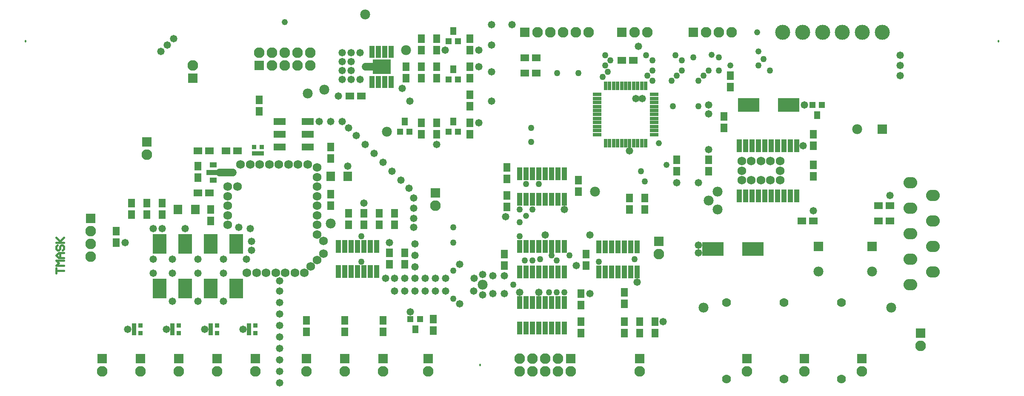
<source format=gts>
%FSLAX24Y24*%
%MOIN*%
G70*
G01*
G75*
%ADD10C,0.0130*%
%ADD11R,0.0620X0.0200*%
%ADD12R,0.0200X0.0620*%
%ADD13R,0.1575X0.0984*%
%ADD14R,0.0500X0.0600*%
%ADD15R,0.0600X0.0700*%
%ADD16R,0.0320X0.0950*%
%ADD17R,0.0400X0.0400*%
%ADD18R,0.0400X0.0550*%
%ADD19R,0.0600X0.0500*%
%ADD20R,0.0320X0.0900*%
%ADD21R,0.1311X0.1047*%
%ADD22R,0.0300X0.0900*%
%ADD23R,0.0300X0.0300*%
%ADD24R,0.1000X0.1500*%
%ADD25R,0.0900X0.0300*%
%ADD26R,0.0900X0.0500*%
%ADD27R,0.1000X0.0340*%
%ADD28R,0.0500X0.0340*%
%ADD29C,0.0500*%
%ADD30C,0.0200*%
%ADD31C,0.0250*%
%ADD32C,0.0400*%
%ADD33C,0.0120*%
%ADD34C,0.0300*%
%ADD35C,0.0150*%
%ADD36C,0.0600*%
%ADD37C,0.0800*%
%ADD38C,0.0300*%
%ADD39R,0.1000X0.6600*%
%ADD40C,0.0620*%
%ADD41R,0.0700X0.0700*%
%ADD42C,0.0750*%
%ADD43C,0.0700*%
%ADD44O,0.1000X0.0800*%
%ADD45C,0.0100*%
%ADD46C,0.1100*%
%ADD47C,0.0500*%
%ADD48C,0.0400*%
%ADD49C,0.0420*%
%ADD50C,0.0600*%
%ADD51C,0.0800*%
%ADD52R,0.1000X0.3500*%
%ADD53C,0.0100*%
%ADD54C,0.0079*%
%ADD55C,0.0050*%
%ADD56C,0.0080*%
%ADD57C,0.0098*%
%ADD58C,0.0090*%
%ADD59R,0.0700X0.0280*%
%ADD60R,0.0280X0.0700*%
%ADD61R,0.1655X0.1064*%
%ADD62R,0.0580X0.0680*%
%ADD63R,0.0680X0.0780*%
%ADD64R,0.0400X0.1030*%
%ADD65R,0.0480X0.0480*%
%ADD66R,0.0480X0.0630*%
%ADD67R,0.0680X0.0580*%
%ADD68R,0.0400X0.0980*%
%ADD69R,0.1391X0.1127*%
%ADD70R,0.0380X0.0980*%
%ADD71R,0.0380X0.0380*%
%ADD72R,0.1080X0.1580*%
%ADD73R,0.0980X0.0380*%
%ADD74R,0.0980X0.0580*%
%ADD75R,0.1080X0.0420*%
%ADD76R,0.0580X0.0420*%
%ADD77R,0.0780X0.0780*%
%ADD78C,0.0830*%
%ADD79C,0.0780*%
%ADD80O,0.1080X0.0880*%
%ADD81C,0.0180*%
%ADD82C,0.1180*%
%ADD83C,0.0580*%
%ADD84C,0.0480*%
%ADD85C,0.0680*%
%ADD86C,0.0880*%
D35*
X-35700Y9700D02*
Y10100D01*
Y9900D01*
X-35100D01*
Y10300D02*
X-35700D01*
X-35500Y10500D01*
X-35700Y10700D01*
X-35100D01*
Y10900D02*
X-35500D01*
X-35700Y11100D01*
X-35500Y11299D01*
X-35100D01*
X-35400D01*
Y10900D01*
X-35600Y11899D02*
X-35700Y11799D01*
Y11599D01*
X-35600Y11499D01*
X-35500D01*
X-35400Y11599D01*
Y11799D01*
X-35300Y11899D01*
X-35200D01*
X-35100Y11799D01*
Y11599D01*
X-35200Y11499D01*
X-35700Y12099D02*
X-35100D01*
X-35300D01*
X-35700Y12499D01*
X-35400Y12199D01*
X-35100Y12499D01*
D36*
X-22900Y17600D02*
X-21850D01*
X-11450Y25900D02*
X-10200D01*
D43*
X25800Y7400D02*
D03*
Y1400D02*
D03*
X21300Y7400D02*
D03*
Y1400D02*
D03*
X16800Y7400D02*
D03*
Y1400D02*
D03*
D47*
X20200Y25600D02*
D03*
X16200D02*
D03*
X14600Y22800D02*
D03*
X12600D02*
D03*
X6800Y10600D02*
D03*
X9600Y10800D02*
D03*
X10400Y16900D02*
D03*
X10100Y17700D02*
D03*
X14600Y24800D02*
D03*
X12500D02*
D03*
X11000D02*
D03*
X7100Y25100D02*
D03*
X15000Y25200D02*
D03*
X12900D02*
D03*
X10600D02*
D03*
X7500Y25500D02*
D03*
X15400Y25600D02*
D03*
X13300D02*
D03*
X11000D02*
D03*
X7300Y26000D02*
D03*
X19700Y26500D02*
D03*
X12800Y26800D02*
D03*
X10500D02*
D03*
X7300D02*
D03*
X5200Y25400D02*
D03*
X3550D02*
D03*
X19300Y26000D02*
D03*
X13300Y26400D02*
D03*
X16200Y26650D02*
D03*
X14200D02*
D03*
X7700Y26400D02*
D03*
X11000D02*
D03*
X1500Y21100D02*
D03*
Y20000D02*
D03*
X2900Y8200D02*
D03*
X3500D02*
D03*
X4100D02*
D03*
X3500Y10700D02*
D03*
X3100Y11100D02*
D03*
X4500D02*
D03*
X1000Y10700D02*
D03*
X1100Y16700D02*
D03*
X1600Y10700D02*
D03*
Y14700D02*
D03*
X2200Y10800D02*
D03*
X2100Y16700D02*
D03*
X600Y12600D02*
D03*
Y13700D02*
D03*
Y14700D02*
D03*
X100Y8800D02*
D03*
X-11800Y10600D02*
D03*
Y12600D02*
D03*
X-4600Y13300D02*
D03*
Y12100D02*
D03*
Y9900D02*
D03*
Y7700D02*
D03*
D59*
X6656Y20896D02*
D03*
X11144Y21211D02*
D03*
X6656Y21841D02*
D03*
X11144Y23731D02*
D03*
Y22471D02*
D03*
Y21841D02*
D03*
Y22156D02*
D03*
Y20581D02*
D03*
X6656Y23731D02*
D03*
Y23416D02*
D03*
Y22156D02*
D03*
Y22471D02*
D03*
Y23101D02*
D03*
Y22786D02*
D03*
X11144Y21526D02*
D03*
Y20896D02*
D03*
Y23416D02*
D03*
Y23101D02*
D03*
Y22786D02*
D03*
X6656Y21211D02*
D03*
X6656Y20581D02*
D03*
X6656Y21526D02*
D03*
D60*
X9845Y19912D02*
D03*
X9530D02*
D03*
X7325Y24400D02*
D03*
X8270Y19912D02*
D03*
X10475Y24400D02*
D03*
X7640D02*
D03*
X10475Y19912D02*
D03*
X8900Y19912D02*
D03*
X8585Y24400D02*
D03*
X9215Y19912D02*
D03*
X8900Y24400D02*
D03*
X10160Y19912D02*
D03*
X9530Y24400D02*
D03*
X9215D02*
D03*
X8585Y19912D02*
D03*
X9845Y24400D02*
D03*
X7955D02*
D03*
X8270Y24400D02*
D03*
X7325Y19912D02*
D03*
X7955D02*
D03*
X10160Y24400D02*
D03*
X7640Y19912D02*
D03*
D61*
X21675Y22900D02*
D03*
X18525D02*
D03*
X18875Y11600D02*
D03*
X15725D02*
D03*
D62*
X16600Y22000D02*
D03*
Y21100D02*
D03*
X-27400Y15200D02*
D03*
X-28600D02*
D03*
X15400Y17700D02*
D03*
X23600Y17300D02*
D03*
X15400Y18600D02*
D03*
X5400Y5000D02*
D03*
X5200Y17000D02*
D03*
X-8400Y10400D02*
D03*
X-5900Y21500D02*
D03*
X-7100D02*
D03*
Y20600D02*
D03*
X-5900Y28100D02*
D03*
X-7100D02*
D03*
X-5900Y25000D02*
D03*
X-7100D02*
D03*
X-11600Y13500D02*
D03*
X-12800D02*
D03*
X-10400D02*
D03*
X-12800Y14400D02*
D03*
X-14200Y15000D02*
D03*
X-3300Y25900D02*
D03*
Y27200D02*
D03*
X-5900Y25900D02*
D03*
Y27200D02*
D03*
Y20600D02*
D03*
X-11600Y14400D02*
D03*
X11200Y5900D02*
D03*
X-31000Y12100D02*
D03*
X-600Y10300D02*
D03*
X-400Y14900D02*
D03*
X5400Y8100D02*
D03*
X23600Y19700D02*
D03*
X-7100Y25900D02*
D03*
X5400Y5900D02*
D03*
X9200Y14700D02*
D03*
X10400D02*
D03*
X-8400Y11300D02*
D03*
X-31000Y13000D02*
D03*
X-600Y11200D02*
D03*
X-400Y15800D02*
D03*
X5400Y7200D02*
D03*
X-7100Y27200D02*
D03*
X5200Y16100D02*
D03*
X10400Y15600D02*
D03*
X-3300Y23700D02*
D03*
Y28100D02*
D03*
X9200Y15600D02*
D03*
X-3300Y22800D02*
D03*
X12900Y17700D02*
D03*
X-3300Y25000D02*
D03*
X12900Y18600D02*
D03*
X-14200Y15900D02*
D03*
Y18700D02*
D03*
X-13100Y6000D02*
D03*
X-16100Y5100D02*
D03*
Y6000D02*
D03*
X-13100Y5100D02*
D03*
X-10100D02*
D03*
Y6000D02*
D03*
X11200Y5000D02*
D03*
X8800D02*
D03*
X10000D02*
D03*
X8800Y5900D02*
D03*
Y7300D02*
D03*
X10000Y5900D02*
D03*
X8800Y8200D02*
D03*
X-10400Y14400D02*
D03*
X-14200Y19600D02*
D03*
X-28600Y14300D02*
D03*
X-27400D02*
D03*
X-19800Y22400D02*
D03*
Y23300D02*
D03*
X-9600Y10400D02*
D03*
Y11300D02*
D03*
X5800Y11200D02*
D03*
Y10300D02*
D03*
X23600Y20600D02*
D03*
Y18200D02*
D03*
X-23600Y14700D02*
D03*
Y13800D02*
D03*
X-24600Y18100D02*
D03*
Y17200D02*
D03*
X-29800Y15200D02*
D03*
Y14300D02*
D03*
X-6175Y6100D02*
D03*
Y5200D02*
D03*
X-9200Y13500D02*
D03*
X-9200Y14400D02*
D03*
X-3300Y21500D02*
D03*
Y20600D02*
D03*
X-8300Y25000D02*
D03*
Y25900D02*
D03*
X-400Y17100D02*
D03*
Y18000D02*
D03*
X17100Y25200D02*
D03*
Y24300D02*
D03*
D63*
X-26150Y14700D02*
D03*
X-24800D02*
D03*
X-12850Y17300D02*
D03*
X-14200D02*
D03*
D64*
X18300Y15763D02*
D03*
X-10600Y9832D02*
D03*
X1100Y15500D02*
D03*
X1600Y17500D02*
D03*
X-11100Y11800D02*
D03*
X-13600D02*
D03*
X600Y7400D02*
D03*
X2100Y7400D02*
D03*
X2600Y7400D02*
D03*
X4100Y15500D02*
D03*
Y9800D02*
D03*
X3600D02*
D03*
X9800D02*
D03*
X1600Y7400D02*
D03*
X4100Y5400D02*
D03*
X600Y17500D02*
D03*
Y11800D02*
D03*
X1600Y11800D02*
D03*
X2100D02*
D03*
X2600D02*
D03*
X8300Y9800D02*
D03*
X7300D02*
D03*
X6800Y11768D02*
D03*
X7800D02*
D03*
X8300D02*
D03*
X8800D02*
D03*
X4100Y17500D02*
D03*
X1100Y11800D02*
D03*
X2100Y17500D02*
D03*
X2600D02*
D03*
X600Y9800D02*
D03*
X3600Y15500D02*
D03*
X1100Y17500D02*
D03*
X1100Y9800D02*
D03*
X2100Y15500D02*
D03*
X1600D02*
D03*
Y9800D02*
D03*
X3600Y7400D02*
D03*
X3600Y11800D02*
D03*
X4100Y7400D02*
D03*
X3100Y11800D02*
D03*
X-12100Y11800D02*
D03*
X-11600Y11800D02*
D03*
X-11100Y9832D02*
D03*
X-12600D02*
D03*
X600Y15500D02*
D03*
X2100Y9800D02*
D03*
X3100Y7400D02*
D03*
X4100Y11800D02*
D03*
X-10600D02*
D03*
X-13600Y9832D02*
D03*
X-13100Y11800D02*
D03*
X-12100Y9832D02*
D03*
X2600Y5400D02*
D03*
X3100Y5400D02*
D03*
X1600Y5400D02*
D03*
X2100Y5400D02*
D03*
X2600Y9800D02*
D03*
X7800D02*
D03*
X9300D02*
D03*
X6800D02*
D03*
X9800Y11768D02*
D03*
X7300D02*
D03*
X3600Y5400D02*
D03*
X8800Y9800D02*
D03*
X-13100Y9832D02*
D03*
X-12600Y11800D02*
D03*
X-11600Y9832D02*
D03*
X600Y5400D02*
D03*
X1100Y7400D02*
D03*
Y5400D02*
D03*
X2600Y15500D02*
D03*
X3100Y17500D02*
D03*
Y15500D02*
D03*
X3600Y17500D02*
D03*
X3100Y9800D02*
D03*
X9300Y11768D02*
D03*
X22300Y15763D02*
D03*
X18300Y19700D02*
D03*
X17800D02*
D03*
X22300D02*
D03*
X19300Y15763D02*
D03*
X19800Y15763D02*
D03*
X20300D02*
D03*
X20800D02*
D03*
X20800Y19700D02*
D03*
X20300Y19700D02*
D03*
X19800D02*
D03*
X19300Y19700D02*
D03*
X21300Y15763D02*
D03*
X21800Y15763D02*
D03*
X18800Y15763D02*
D03*
X21800Y19700D02*
D03*
X17800Y15763D02*
D03*
X21300Y19700D02*
D03*
X18800D02*
D03*
D65*
X24275Y22900D02*
D03*
X-8025Y20800D02*
D03*
X-4975D02*
D03*
Y27900D02*
D03*
X-4225D02*
D03*
X-8775Y20800D02*
D03*
X-4225D02*
D03*
X-7200Y6100D02*
D03*
X-7950D02*
D03*
X-4225Y24900D02*
D03*
X-4975D02*
D03*
X23525Y22900D02*
D03*
D66*
X-7580Y5300D02*
D03*
X-8395Y21600D02*
D03*
X-4595Y28700D02*
D03*
Y21600D02*
D03*
Y25700D02*
D03*
X23895Y22100D02*
D03*
D67*
X22700Y13800D02*
D03*
X-12700Y23600D02*
D03*
X9500Y26400D02*
D03*
X23600Y13800D02*
D03*
X1900Y26600D02*
D03*
X8600Y26400D02*
D03*
X-11800Y23600D02*
D03*
X1000Y26600D02*
D03*
X-22400Y19300D02*
D03*
X-21500D02*
D03*
X-23700Y19300D02*
D03*
X-24600D02*
D03*
Y16000D02*
D03*
X-23700D02*
D03*
X1000Y25400D02*
D03*
X1900D02*
D03*
X28700Y13800D02*
D03*
X29600D02*
D03*
X29600Y15000D02*
D03*
X28700Y15000D02*
D03*
D68*
X-9450Y27081D02*
D03*
X-10950Y27081D02*
D03*
X-10450Y27081D02*
D03*
X-9950Y27081D02*
D03*
X-10950Y24719D02*
D03*
X-10450Y24719D02*
D03*
X-9950D02*
D03*
X-9450Y24719D02*
D03*
D69*
X-10200Y25900D02*
D03*
D70*
X-23600Y5300D02*
D03*
X-26600D02*
D03*
X-29600Y5300D02*
D03*
X-20600Y5300D02*
D03*
D71*
X-23100Y5000D02*
D03*
X-26100Y5600D02*
D03*
Y5000D02*
D03*
X-29100Y5000D02*
D03*
Y5600D02*
D03*
X-23100Y5600D02*
D03*
X-20100Y5000D02*
D03*
Y5600D02*
D03*
X-19600Y19600D02*
D03*
X-20200D02*
D03*
D72*
X-25600Y8500D02*
D03*
X-27600D02*
D03*
Y12000D02*
D03*
X-25600D02*
D03*
X-23600Y12000D02*
D03*
X-21600Y12000D02*
D03*
X-23600Y8500D02*
D03*
X-21600D02*
D03*
D73*
X-19900Y19100D02*
D03*
D74*
X-18200Y19600D02*
D03*
X-16000Y19600D02*
D03*
X-18200Y21600D02*
D03*
X-16000D02*
D03*
X-18200Y20600D02*
D03*
X-16000Y20600D02*
D03*
D75*
X-23400Y17600D02*
D03*
D76*
Y17000D02*
D03*
X-23400Y18200D02*
D03*
D77*
X32000Y5000D02*
D03*
X-28600Y20000D02*
D03*
X18400Y3000D02*
D03*
X22900D02*
D03*
X27400Y3005D02*
D03*
X24000Y11800D02*
D03*
X28200D02*
D03*
X4600Y3000D02*
D03*
X14200Y28600D02*
D03*
X1000D02*
D03*
X-33000Y14000D02*
D03*
X29000Y21000D02*
D03*
X-13100Y3000D02*
D03*
X-10100D02*
D03*
X-32100D02*
D03*
X-16100D02*
D03*
X10000D02*
D03*
X-6575D02*
D03*
X-20100D02*
D03*
X-23100D02*
D03*
X-26100D02*
D03*
X-29100D02*
D03*
X-19800Y26000D02*
D03*
X8600Y28600D02*
D03*
X-25000Y25000D02*
D03*
X11500Y12200D02*
D03*
X-6000Y16000D02*
D03*
D78*
X32000Y4000D02*
D03*
X-28600Y19000D02*
D03*
X9600Y28600D02*
D03*
X1600Y2000D02*
D03*
X2600Y2000D02*
D03*
X3600Y2000D02*
D03*
X4600D02*
D03*
X600Y2000D02*
D03*
X2600Y3000D02*
D03*
X3600D02*
D03*
X600Y3000D02*
D03*
X1600D02*
D03*
X-33000Y11000D02*
D03*
X-33000Y13000D02*
D03*
X-33000Y12000D02*
D03*
X-10100Y2000D02*
D03*
X-13100D02*
D03*
X17200Y28600D02*
D03*
X-32100Y2000D02*
D03*
X15200Y28600D02*
D03*
X16200Y28600D02*
D03*
X-16100Y2000D02*
D03*
X10000D02*
D03*
X-6575D02*
D03*
X-20100D02*
D03*
X-23100D02*
D03*
X-26100D02*
D03*
X-29100D02*
D03*
X-17800Y26000D02*
D03*
X-15800D02*
D03*
X-16800Y26000D02*
D03*
X-15800Y27000D02*
D03*
X-19800D02*
D03*
X-18800Y26000D02*
D03*
Y27000D02*
D03*
X-16800D02*
D03*
X-17800Y27000D02*
D03*
X10600Y28600D02*
D03*
X6000D02*
D03*
X2000D02*
D03*
X3000Y28600D02*
D03*
X4000D02*
D03*
X5000Y28600D02*
D03*
X18400Y2000D02*
D03*
X22900D02*
D03*
X27400Y2005D02*
D03*
X-25000Y26000D02*
D03*
X11500Y11200D02*
D03*
X-6000Y15000D02*
D03*
D79*
X-9800Y20800D02*
D03*
X6500Y16100D02*
D03*
X-11500Y30000D02*
D03*
X-14700Y24100D02*
D03*
X-16000Y23800D02*
D03*
X16107Y14693D02*
D03*
X15000Y7000D02*
D03*
X29700D02*
D03*
X-8300Y27200D02*
D03*
X24000Y9831D02*
D03*
X28200Y9832D02*
D03*
X15400Y15400D02*
D03*
X16100Y16100D02*
D03*
X27031Y21000D02*
D03*
X-14200Y13600D02*
D03*
X-2300Y8800D02*
D03*
D80*
X32975Y15800D02*
D03*
X31200Y16800D02*
D03*
Y14800D02*
D03*
Y12800D02*
D03*
X32975Y11800D02*
D03*
X31200Y10800D02*
D03*
X32975Y13800D02*
D03*
Y9800D02*
D03*
X31200Y8800D02*
D03*
D81*
X-2500Y2500D02*
D03*
X38100Y27900D02*
D03*
X-38100D02*
D03*
D82*
X25880Y28600D02*
D03*
X24320Y28600D02*
D03*
X22760D02*
D03*
X29000Y28600D02*
D03*
X27440Y28600D02*
D03*
X21200Y28600D02*
D03*
D83*
X22900Y22900D02*
D03*
X29600Y15800D02*
D03*
X-27000Y27600D02*
D03*
X-27500Y27100D02*
D03*
X-26500Y28100D02*
D03*
X-30300Y12100D02*
D03*
X-7600Y11100D02*
D03*
Y10200D02*
D03*
Y12000D02*
D03*
X23600Y14600D02*
D03*
X30400Y26000D02*
D03*
Y25200D02*
D03*
Y26800D02*
D03*
X-20500Y13200D02*
D03*
X-21400Y13300D02*
D03*
X-20400Y12200D02*
D03*
Y11500D02*
D03*
X-25600Y13200D02*
D03*
X-27400D02*
D03*
X-28100D02*
D03*
X-20800Y10800D02*
D03*
X-22600D02*
D03*
X-24600D02*
D03*
X-26600D02*
D03*
X-28100D02*
D03*
Y9700D02*
D03*
X-7600Y8300D02*
D03*
X-8400D02*
D03*
X-2980Y9300D02*
D03*
X-1500Y9500D02*
D03*
X-2300Y9600D02*
D03*
X-600Y8100D02*
D03*
X-1500D02*
D03*
X-2300Y8000D02*
D03*
X-3000Y8300D02*
D03*
X-5200D02*
D03*
X-6000D02*
D03*
X-6800D02*
D03*
X-9200D02*
D03*
X-9900Y9300D02*
D03*
X-9200D02*
D03*
X-8400D02*
D03*
X-7600D02*
D03*
X-6800D02*
D03*
X-6000D02*
D03*
X-5200D02*
D03*
X-1600Y25500D02*
D03*
X-2600Y27200D02*
D03*
X12900Y16800D02*
D03*
X14600D02*
D03*
X15400Y22900D02*
D03*
Y22200D02*
D03*
X9700Y23400D02*
D03*
X10200D02*
D03*
X0Y29200D02*
D03*
X14600Y11900D02*
D03*
Y11300D02*
D03*
X15400Y19400D02*
D03*
X-600Y9500D02*
D03*
X-500Y14150D02*
D03*
X4100Y14700D02*
D03*
X5020Y10300D02*
D03*
X6100Y8100D02*
D03*
X2100Y8200D02*
D03*
X600D02*
D03*
X9800Y9000D02*
D03*
X-8600Y24200D02*
D03*
X-1600Y23200D02*
D03*
Y27600D02*
D03*
Y29200D02*
D03*
X-5220Y27200D02*
D03*
X-8000Y23200D02*
D03*
X-13600Y23600D02*
D03*
X22800Y19700D02*
D03*
X2600Y12700D02*
D03*
X6100D02*
D03*
X-9600Y12100D02*
D03*
X-11600Y15200D02*
D03*
X9900Y27500D02*
D03*
X-13300Y27000D02*
D03*
Y26300D02*
D03*
Y25600D02*
D03*
Y24900D02*
D03*
X-12600D02*
D03*
Y25600D02*
D03*
Y26300D02*
D03*
Y27000D02*
D03*
X-11900D02*
D03*
Y24900D02*
D03*
X9215Y19315D02*
D03*
X-2600Y21500D02*
D03*
X-5900Y19800D02*
D03*
X-2600Y25900D02*
D03*
X-15100Y21600D02*
D03*
X-30100Y5300D02*
D03*
X-27050D02*
D03*
X-24050D02*
D03*
X-21050D02*
D03*
X11850Y5900D02*
D03*
X-26600Y7500D02*
D03*
X-24600D02*
D03*
X-22600D02*
D03*
X-26600Y9700D02*
D03*
X-24600D02*
D03*
X-22600D02*
D03*
X-7700Y14800D02*
D03*
Y15600D02*
D03*
X-8063Y16363D02*
D03*
X-8700Y17000D02*
D03*
X-9398Y17698D02*
D03*
X-10100Y18400D02*
D03*
X-10800Y19100D02*
D03*
X-11500Y19800D02*
D03*
X-12200Y20500D02*
D03*
X-12801Y21101D02*
D03*
X-13300Y21600D02*
D03*
X-14200D02*
D03*
X-18200Y1100D02*
D03*
Y2000D02*
D03*
D03*
D03*
Y3800D02*
D03*
D03*
Y2000D02*
D03*
Y2900D02*
D03*
Y4700D02*
D03*
Y5600D02*
D03*
Y6500D02*
D03*
Y7400D02*
D03*
Y8300D02*
D03*
Y9100D02*
D03*
X-7950Y6675D02*
D03*
X-7700Y13300D02*
D03*
Y14000D02*
D03*
X-12850Y18100D02*
D03*
X-4100Y10400D02*
D03*
Y7300D02*
D03*
D84*
X1100Y14200D02*
D03*
X-17800Y29400D02*
D03*
X19300Y27120D02*
D03*
X15650Y26850D02*
D03*
X12100Y18200D02*
D03*
X19200Y28600D02*
D03*
X11500Y19900D02*
D03*
X17100Y26000D02*
D03*
D85*
X-14750Y12250D02*
D03*
Y11250D02*
D03*
X-15750Y10250D02*
D03*
X-15250Y10750D02*
D03*
X-20750Y9750D02*
D03*
X-20000D02*
D03*
X-19250D02*
D03*
X-18500D02*
D03*
X-17750D02*
D03*
X-17000D02*
D03*
X-16250D02*
D03*
X-15250Y12750D02*
D03*
Y13500D02*
D03*
Y14250D02*
D03*
Y15000D02*
D03*
Y15750D02*
D03*
Y16500D02*
D03*
Y17250D02*
D03*
Y18000D02*
D03*
X-16000Y18250D02*
D03*
X-16750D02*
D03*
X-17500D02*
D03*
X-18250D02*
D03*
X-19000D02*
D03*
X-19750D02*
D03*
X-20500D02*
D03*
X-21500Y16500D02*
D03*
X-22250Y13500D02*
D03*
Y14250D02*
D03*
Y15000D02*
D03*
Y15750D02*
D03*
Y16500D02*
D03*
X-21250Y18250D02*
D03*
X21000Y18500D02*
D03*
Y17750D02*
D03*
X18000D02*
D03*
X21000Y17000D02*
D03*
X20250D02*
D03*
X19500D02*
D03*
X18750D02*
D03*
X18000D02*
D03*
Y18500D02*
D03*
X18750D02*
D03*
X19500D02*
D03*
X20250D02*
D03*
D86*
X-10200Y25900D02*
D03*
M02*

</source>
